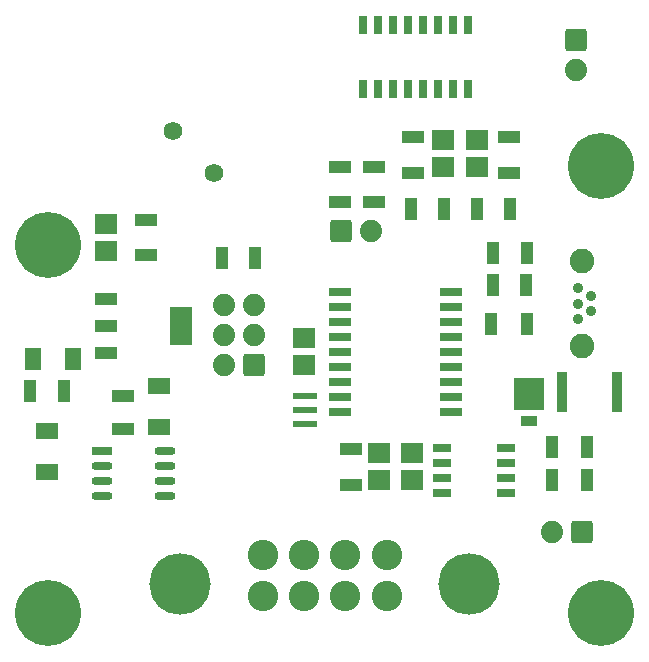
<source format=gts>
G04*
G04 #@! TF.GenerationSoftware,Altium Limited,Altium Designer,19.1.6 (110)*
G04*
G04 Layer_Color=8388736*
%FSLAX44Y44*%
%MOMM*%
G71*
G01*
G75*
%ADD33R,1.9300X0.7300*%
%ADD34R,1.1100X1.9500*%
%ADD35R,1.4800X1.8800*%
%ADD36R,1.8300X1.7800*%
%ADD37R,1.8800X1.1300*%
%ADD38R,1.8800X1.4800*%
%ADD39R,1.7800X0.7300*%
%ADD40O,1.7800X0.7300*%
%ADD41R,1.8300X1.0300*%
%ADD42R,1.8300X3.2800*%
%ADD43R,1.3500X0.8420*%
%ADD44R,2.6200X2.7500*%
%ADD45R,1.1300X1.8800*%
%ADD46R,0.9300X3.5100*%
%ADD47R,0.7300X1.6050*%
%ADD48R,1.9500X1.1100*%
%ADD49R,2.0800X0.4800*%
%ADD50R,1.6050X0.7300*%
%ADD51C,2.0800*%
%ADD52C,0.8800*%
%ADD53C,1.8800*%
G04:AMPARAMS|DCode=54|XSize=1.88mm|YSize=1.88mm|CornerRadius=0.265mm|HoleSize=0mm|Usage=FLASHONLY|Rotation=90.000|XOffset=0mm|YOffset=0mm|HoleType=Round|Shape=RoundedRectangle|*
%AMROUNDEDRECTD54*
21,1,1.8800,1.3500,0,0,90.0*
21,1,1.3500,1.8800,0,0,90.0*
1,1,0.5300,0.6750,0.6750*
1,1,0.5300,0.6750,-0.6750*
1,1,0.5300,-0.6750,-0.6750*
1,1,0.5300,-0.6750,0.6750*
%
%ADD54ROUNDEDRECTD54*%
G04:AMPARAMS|DCode=55|XSize=1.88mm|YSize=1.88mm|CornerRadius=0.265mm|HoleSize=0mm|Usage=FLASHONLY|Rotation=0.000|XOffset=0mm|YOffset=0mm|HoleType=Round|Shape=RoundedRectangle|*
%AMROUNDEDRECTD55*
21,1,1.8800,1.3500,0,0,0.0*
21,1,1.3500,1.8800,0,0,0.0*
1,1,0.5300,0.6750,-0.6750*
1,1,0.5300,-0.6750,-0.6750*
1,1,0.5300,-0.6750,0.6750*
1,1,0.5300,0.6750,0.6750*
%
%ADD55ROUNDEDRECTD55*%
%ADD56C,1.5800*%
%ADD57C,5.2032*%
%ADD58C,2.5800*%
%ADD59C,5.5800*%
D33*
X277250Y341800D02*
D03*
Y329100D02*
D03*
Y316400D02*
D03*
Y303700D02*
D03*
Y291000D02*
D03*
Y278300D02*
D03*
Y265600D02*
D03*
Y252900D02*
D03*
Y240200D02*
D03*
X370750D02*
D03*
Y252900D02*
D03*
Y265600D02*
D03*
Y278300D02*
D03*
Y291000D02*
D03*
Y303700D02*
D03*
Y316400D02*
D03*
Y329100D02*
D03*
Y341800D02*
D03*
D34*
X176800Y371000D02*
D03*
X205200D02*
D03*
X392600Y412000D02*
D03*
X421000D02*
D03*
X336600D02*
D03*
X365000D02*
D03*
X406800Y375000D02*
D03*
X435200D02*
D03*
X406170Y347726D02*
D03*
X434570D02*
D03*
X14800Y258000D02*
D03*
X43200D02*
D03*
D35*
X51000Y285000D02*
D03*
X17000D02*
D03*
D36*
X393000Y471000D02*
D03*
Y448000D02*
D03*
X364000Y470500D02*
D03*
Y447500D02*
D03*
X79000Y376500D02*
D03*
Y399500D02*
D03*
X246000Y280000D02*
D03*
Y303000D02*
D03*
X338000Y205500D02*
D03*
Y182500D02*
D03*
X310000Y183000D02*
D03*
Y206000D02*
D03*
D37*
X420000Y473000D02*
D03*
Y443000D02*
D03*
X306000Y448000D02*
D03*
Y418000D02*
D03*
X339000Y473000D02*
D03*
Y443000D02*
D03*
X113000Y403000D02*
D03*
Y373000D02*
D03*
X286000Y209000D02*
D03*
Y179000D02*
D03*
X277000Y418000D02*
D03*
Y448000D02*
D03*
D38*
X29000Y224000D02*
D03*
Y190000D02*
D03*
X124000Y262000D02*
D03*
Y228000D02*
D03*
D39*
X75000Y207100D02*
D03*
D40*
Y194400D02*
D03*
Y181700D02*
D03*
Y169000D02*
D03*
X129000Y207100D02*
D03*
Y194400D02*
D03*
Y181700D02*
D03*
Y169000D02*
D03*
D41*
X79000Y336000D02*
D03*
Y313000D02*
D03*
Y290000D02*
D03*
D42*
X142000Y313000D02*
D03*
D43*
X437000Y232490D02*
D03*
D44*
Y256000D02*
D03*
D45*
X435000Y315000D02*
D03*
X405000D02*
D03*
X456000Y211000D02*
D03*
X486000D02*
D03*
X456170Y183134D02*
D03*
X486170D02*
D03*
D46*
X465000Y257297D02*
D03*
X511000D02*
D03*
D47*
X296550Y568120D02*
D03*
X309250D02*
D03*
X321950D02*
D03*
X334650D02*
D03*
X347350D02*
D03*
X360050D02*
D03*
X372750D02*
D03*
X385450D02*
D03*
Y513880D02*
D03*
X372750D02*
D03*
X360050D02*
D03*
X347350D02*
D03*
X334650D02*
D03*
X321950D02*
D03*
X309250D02*
D03*
X296550D02*
D03*
D48*
X93000Y254200D02*
D03*
Y225800D02*
D03*
D49*
X247000Y230000D02*
D03*
Y242000D02*
D03*
Y254000D02*
D03*
D50*
X362880Y210050D02*
D03*
Y197350D02*
D03*
Y184650D02*
D03*
Y171950D02*
D03*
X417120D02*
D03*
Y184650D02*
D03*
Y197350D02*
D03*
Y210050D02*
D03*
D51*
X481500Y296500D02*
D03*
Y368000D02*
D03*
D52*
X478700Y319250D02*
D03*
Y332250D02*
D03*
Y345250D02*
D03*
X489300Y325750D02*
D03*
Y338750D02*
D03*
D53*
X179000Y305400D02*
D03*
Y330800D02*
D03*
X204400D02*
D03*
Y305400D02*
D03*
X179000Y280000D02*
D03*
X477000Y529600D02*
D03*
X303000Y394000D02*
D03*
X456600Y139000D02*
D03*
D54*
X204400Y280000D02*
D03*
X477000Y555000D02*
D03*
D55*
X277600Y394000D02*
D03*
X482000Y139000D02*
D03*
D56*
X135177Y477928D02*
D03*
X170533Y442572D02*
D03*
D57*
X386314Y94650D02*
D03*
X141314Y94650D02*
D03*
D58*
X316314Y84650D02*
D03*
X281314D02*
D03*
X246314D02*
D03*
X316314Y119650D02*
D03*
X281314D02*
D03*
X246314D02*
D03*
X211314Y84650D02*
D03*
Y119650D02*
D03*
D59*
X497700Y70000D02*
D03*
Y448900D02*
D03*
X30000Y381400D02*
D03*
Y70000D02*
D03*
M02*

</source>
